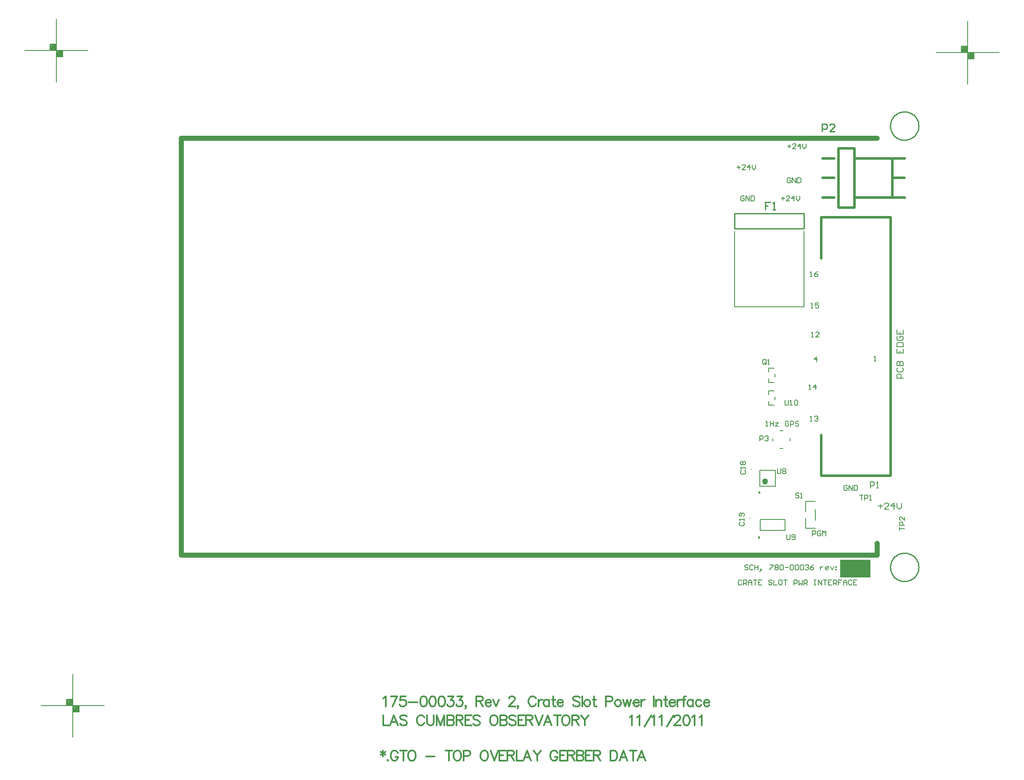
<source format=gto>
%FSLAX23Y23*%
%MOIN*%
G70*
G01*
G75*
G04 Layer_Color=65535*
%ADD10R,0.135X0.070*%
%ADD11O,0.024X0.079*%
%ADD12R,0.036X0.036*%
%ADD13O,0.014X0.067*%
%ADD14R,0.059X0.039*%
%ADD15R,0.050X0.050*%
%ADD16R,0.070X0.135*%
%ADD17C,0.020*%
%ADD18C,0.040*%
%ADD19C,0.010*%
%ADD20C,0.012*%
%ADD21C,0.008*%
%ADD22C,0.012*%
%ADD23C,0.012*%
%ADD24C,0.120*%
%ADD25C,0.060*%
%ADD26C,0.220*%
%ADD27C,0.050*%
%ADD28C,0.059*%
%ADD29C,0.080*%
%ADD30C,0.065*%
%ADD31C,0.079*%
%ADD32R,0.120X0.120*%
%ADD33C,0.055*%
%ADD34C,0.030*%
%ADD35C,0.024*%
%ADD36C,0.020*%
%ADD37C,0.005*%
%ADD38C,0.110*%
%ADD39C,0.076*%
%ADD40C,0.206*%
%ADD41C,0.150*%
%ADD42C,0.190*%
%ADD43C,0.092*%
%ADD44C,0.073*%
%ADD45C,0.055*%
%ADD46C,0.068*%
%ADD47C,0.087*%
%ADD48C,0.007*%
%ADD49C,0.010*%
%ADD50C,0.024*%
%ADD51C,0.010*%
%ADD52C,0.039*%
%ADD53C,0.008*%
%ADD54C,0.006*%
%ADD55C,0.007*%
%ADD56R,0.239X0.139*%
D17*
X25501Y16263D02*
Y16588D01*
Y17988D02*
Y18313D01*
Y16263D02*
X26051D01*
Y17288D01*
X25501Y18313D02*
X26051D01*
Y17288D02*
Y18313D01*
X25512Y18469D02*
X25604D01*
X25512Y18625D02*
X25604D01*
X25512Y18781D02*
X25604D01*
X25765Y18469D02*
X26165D01*
X26064Y18625D02*
X26163D01*
X25766Y18781D02*
X26166D01*
X25766D02*
X26063D01*
X26064Y18780D01*
Y18469D02*
Y18780D01*
X25639Y18859D02*
X25764D01*
X25639D02*
X25688D01*
X25765Y18469D02*
X26064D01*
X25639Y18391D02*
X25764D01*
Y18859D01*
X25639D02*
X25764D01*
X25639Y18391D02*
Y18859D01*
D19*
X26274Y19038D02*
X26273Y19048D01*
X26272Y19058D01*
X26270Y19068D01*
X26267Y19077D01*
X26263Y19086D01*
X26258Y19095D01*
X26253Y19103D01*
X26247Y19111D01*
X26240Y19119D01*
X26233Y19125D01*
X26225Y19131D01*
X26216Y19136D01*
X26207Y19141D01*
X26198Y19144D01*
X26189Y19147D01*
X26179Y19149D01*
X26169Y19150D01*
X26159Y19151D01*
X26149Y19150D01*
X26139Y19148D01*
X26129Y19146D01*
X26120Y19143D01*
X26111Y19139D01*
X26102Y19134D01*
X26094Y19128D01*
X26086Y19122D01*
X26079Y19115D01*
X26073Y19107D01*
X26067Y19099D01*
X26062Y19091D01*
X26058Y19082D01*
X26054Y19072D01*
X26052Y19063D01*
X26050Y19053D01*
X26049Y19043D01*
Y19033D01*
X26050Y19023D01*
X26052Y19013D01*
X26054Y19004D01*
X26058Y18994D01*
X26062Y18985D01*
X26067Y18977D01*
X26073Y18969D01*
X26079Y18961D01*
X26086Y18954D01*
X26094Y18948D01*
X26102Y18942D01*
X26111Y18938D01*
X26120Y18933D01*
X26129Y18930D01*
X26139Y18928D01*
X26149Y18926D01*
X26159Y18926D01*
X26169Y18926D01*
X26179Y18927D01*
X26189Y18929D01*
X26198Y18932D01*
X26207Y18935D01*
X26216Y18940D01*
X26225Y18945D01*
X26233Y18951D01*
X26240Y18958D01*
X26247Y18965D01*
X26253Y18973D01*
X26258Y18981D01*
X26263Y18990D01*
X26267Y18999D01*
X26270Y19009D01*
X26272Y19018D01*
X26273Y19028D01*
X26274Y19038D01*
Y15538D02*
X26273Y15548D01*
X26272Y15558D01*
X26270Y15568D01*
X26267Y15577D01*
X26263Y15586D01*
X26258Y15595D01*
X26253Y15603D01*
X26247Y15611D01*
X26240Y15619D01*
X26233Y15625D01*
X26225Y15631D01*
X26216Y15636D01*
X26207Y15641D01*
X26198Y15644D01*
X26189Y15647D01*
X26179Y15649D01*
X26169Y15650D01*
X26159Y15651D01*
X26149Y15650D01*
X26139Y15648D01*
X26129Y15646D01*
X26120Y15643D01*
X26111Y15639D01*
X26102Y15634D01*
X26094Y15628D01*
X26086Y15622D01*
X26079Y15615D01*
X26073Y15607D01*
X26067Y15599D01*
X26062Y15591D01*
X26058Y15582D01*
X26054Y15572D01*
X26052Y15563D01*
X26050Y15553D01*
X26049Y15543D01*
Y15533D01*
X26050Y15523D01*
X26052Y15513D01*
X26054Y15504D01*
X26058Y15494D01*
X26062Y15485D01*
X26067Y15477D01*
X26073Y15469D01*
X26079Y15461D01*
X26086Y15454D01*
X26094Y15448D01*
X26102Y15442D01*
X26111Y15438D01*
X26120Y15433D01*
X26129Y15430D01*
X26139Y15428D01*
X26149Y15426D01*
X26159Y15426D01*
X26169Y15426D01*
X26179Y15427D01*
X26189Y15429D01*
X26198Y15432D01*
X26207Y15435D01*
X26216Y15440D01*
X26225Y15445D01*
X26233Y15451D01*
X26240Y15458D01*
X26247Y15465D01*
X26253Y15473D01*
X26258Y15481D01*
X26263Y15490D01*
X26267Y15499D01*
X26270Y15509D01*
X26272Y15518D01*
X26273Y15528D01*
X26274Y15538D01*
X25091Y18224D02*
X25366D01*
Y18342D01*
X24815D02*
X25366D01*
X24815Y18224D02*
Y18342D01*
Y18224D02*
X25091D01*
X25098Y18433D02*
X25058D01*
Y18403D01*
X25078D01*
X25058D01*
Y18373D01*
X25118D02*
X25138D01*
X25128D01*
Y18433D01*
X25118Y18423D01*
X25508Y18992D02*
Y19052D01*
X25538D01*
X25548Y19042D01*
Y19022D01*
X25538Y19012D01*
X25508D01*
X25608Y18992D02*
X25568D01*
X25608Y19032D01*
Y19042D01*
X25598Y19052D01*
X25578D01*
X25568Y19042D01*
D20*
X22029Y14083D02*
Y14037D01*
X22010Y14072D02*
X22048Y14049D01*
Y14072D02*
X22010Y14049D01*
X22069Y14011D02*
X22065Y14007D01*
X22069Y14003D01*
X22072Y14007D01*
X22069Y14011D01*
X22147Y14064D02*
X22143Y14072D01*
X22136Y14079D01*
X22128Y14083D01*
X22113D01*
X22105Y14079D01*
X22098Y14072D01*
X22094Y14064D01*
X22090Y14053D01*
Y14034D01*
X22094Y14022D01*
X22098Y14015D01*
X22105Y14007D01*
X22113Y14003D01*
X22128D01*
X22136Y14007D01*
X22143Y14015D01*
X22147Y14022D01*
Y14034D01*
X22128D02*
X22147D01*
X22192Y14083D02*
Y14003D01*
X22165Y14083D02*
X22219D01*
X22251D02*
X22243Y14079D01*
X22236Y14072D01*
X22232Y14064D01*
X22228Y14053D01*
Y14034D01*
X22232Y14022D01*
X22236Y14015D01*
X22243Y14007D01*
X22251Y14003D01*
X22266D01*
X22274Y14007D01*
X22281Y14015D01*
X22285Y14022D01*
X22289Y14034D01*
Y14053D01*
X22285Y14064D01*
X22281Y14072D01*
X22274Y14079D01*
X22266Y14083D01*
X22251D01*
X22371Y14037D02*
X22439D01*
X22552Y14083D02*
Y14003D01*
X22526Y14083D02*
X22579D01*
X22611D02*
X22604Y14079D01*
X22596Y14072D01*
X22592Y14064D01*
X22588Y14053D01*
Y14034D01*
X22592Y14022D01*
X22596Y14015D01*
X22604Y14007D01*
X22611Y14003D01*
X22627D01*
X22634Y14007D01*
X22642Y14015D01*
X22646Y14022D01*
X22649Y14034D01*
Y14053D01*
X22646Y14064D01*
X22642Y14072D01*
X22634Y14079D01*
X22627Y14083D01*
X22611D01*
X22668Y14041D02*
X22702D01*
X22714Y14045D01*
X22718Y14049D01*
X22721Y14056D01*
Y14068D01*
X22718Y14075D01*
X22714Y14079D01*
X22702Y14083D01*
X22668D01*
Y14003D01*
X22825Y14083D02*
X22817Y14079D01*
X22810Y14072D01*
X22806Y14064D01*
X22802Y14053D01*
Y14034D01*
X22806Y14022D01*
X22810Y14015D01*
X22817Y14007D01*
X22825Y14003D01*
X22840D01*
X22848Y14007D01*
X22855Y14015D01*
X22859Y14022D01*
X22863Y14034D01*
Y14053D01*
X22859Y14064D01*
X22855Y14072D01*
X22848Y14079D01*
X22840Y14083D01*
X22825D01*
X22882D02*
X22912Y14003D01*
X22943Y14083D02*
X22912Y14003D01*
X23002Y14083D02*
X22953D01*
Y14003D01*
X23002D01*
X22953Y14045D02*
X22983D01*
X23016Y14083D02*
Y14003D01*
Y14083D02*
X23050D01*
X23062Y14079D01*
X23065Y14075D01*
X23069Y14068D01*
Y14060D01*
X23065Y14053D01*
X23062Y14049D01*
X23050Y14045D01*
X23016D01*
X23042D02*
X23069Y14003D01*
X23087Y14083D02*
Y14003D01*
X23133D01*
X23202D02*
X23172Y14083D01*
X23142Y14003D01*
X23153Y14030D02*
X23191D01*
X23221Y14083D02*
X23252Y14045D01*
Y14003D01*
X23282Y14083D02*
X23252Y14045D01*
X23412Y14064D02*
X23408Y14072D01*
X23401Y14079D01*
X23393Y14083D01*
X23378D01*
X23370Y14079D01*
X23363Y14072D01*
X23359Y14064D01*
X23355Y14053D01*
Y14034D01*
X23359Y14022D01*
X23363Y14015D01*
X23370Y14007D01*
X23378Y14003D01*
X23393D01*
X23401Y14007D01*
X23408Y14015D01*
X23412Y14022D01*
Y14034D01*
X23393D02*
X23412D01*
X23480Y14083D02*
X23431D01*
Y14003D01*
X23480D01*
X23431Y14045D02*
X23461D01*
X23493Y14083D02*
Y14003D01*
Y14083D02*
X23528D01*
X23539Y14079D01*
X23543Y14075D01*
X23547Y14068D01*
Y14060D01*
X23543Y14053D01*
X23539Y14049D01*
X23528Y14045D01*
X23493D01*
X23520D02*
X23547Y14003D01*
X23565Y14083D02*
Y14003D01*
Y14083D02*
X23599D01*
X23610Y14079D01*
X23614Y14075D01*
X23618Y14068D01*
Y14060D01*
X23614Y14053D01*
X23610Y14049D01*
X23599Y14045D01*
X23565D02*
X23599D01*
X23610Y14041D01*
X23614Y14037D01*
X23618Y14030D01*
Y14018D01*
X23614Y14011D01*
X23610Y14007D01*
X23599Y14003D01*
X23565D01*
X23685Y14083D02*
X23636D01*
Y14003D01*
X23685D01*
X23636Y14045D02*
X23666D01*
X23699Y14083D02*
Y14003D01*
Y14083D02*
X23733D01*
X23744Y14079D01*
X23748Y14075D01*
X23752Y14068D01*
Y14060D01*
X23748Y14053D01*
X23744Y14049D01*
X23733Y14045D01*
X23699D01*
X23725D02*
X23752Y14003D01*
X23833Y14083D02*
Y14003D01*
Y14083D02*
X23859D01*
X23871Y14079D01*
X23878Y14072D01*
X23882Y14064D01*
X23886Y14053D01*
Y14034D01*
X23882Y14022D01*
X23878Y14015D01*
X23871Y14007D01*
X23859Y14003D01*
X23833D01*
X23965D02*
X23934Y14083D01*
X23904Y14003D01*
X23915Y14030D02*
X23954D01*
X24010Y14083D02*
Y14003D01*
X23984Y14083D02*
X24037D01*
X24107Y14003D02*
X24077Y14083D01*
X24046Y14003D01*
X24058Y14030D02*
X24096D01*
D21*
X25890Y16166D02*
Y16216D01*
X25915D01*
X25923Y16207D01*
Y16191D01*
X25915Y16182D01*
X25890D01*
X25940Y16166D02*
X25956D01*
X25948D01*
Y16216D01*
X25940Y16207D01*
X26151Y17038D02*
X26101D01*
Y17063D01*
X26109Y17071D01*
X26126D01*
X26134Y17063D01*
Y17038D01*
X26109Y17121D02*
X26101Y17113D01*
Y17096D01*
X26109Y17088D01*
X26143D01*
X26151Y17096D01*
Y17113D01*
X26143Y17121D01*
X26101Y17138D02*
X26151D01*
Y17163D01*
X26143Y17171D01*
X26134D01*
X26126Y17163D01*
Y17138D01*
Y17163D01*
X26118Y17171D01*
X26109D01*
X26101Y17163D01*
Y17138D01*
Y17271D02*
Y17238D01*
X26151D01*
Y17271D01*
X26126Y17238D02*
Y17254D01*
X26101Y17288D02*
X26151D01*
Y17313D01*
X26143Y17321D01*
X26109D01*
X26101Y17313D01*
Y17288D01*
X26109Y17371D02*
X26101Y17363D01*
Y17346D01*
X26109Y17338D01*
X26143D01*
X26151Y17346D01*
Y17363D01*
X26143Y17371D01*
X26126D01*
Y17354D01*
X26101Y17421D02*
Y17388D01*
X26151D01*
Y17421D01*
X26126Y17388D02*
Y17404D01*
X25953Y16022D02*
X25987D01*
X25970Y16038D02*
Y16005D01*
X26037Y15997D02*
X26003D01*
X26037Y16030D01*
Y16038D01*
X26028Y16047D01*
X26012D01*
X26003Y16038D01*
X26078Y15997D02*
Y16047D01*
X26053Y16022D01*
X26087D01*
X26103Y16047D02*
Y16013D01*
X26120Y15997D01*
X26137Y16013D01*
Y16047D01*
X19321Y14441D02*
X19821D01*
X19571Y14191D02*
Y14691D01*
X19521Y14441D02*
Y14491D01*
X19571D01*
X19621Y14391D02*
Y14441D01*
X19571Y14391D02*
X19621D01*
X19576Y14436D02*
X19616D01*
Y14396D02*
Y14436D01*
X19576Y14396D02*
X19616D01*
X19576D02*
Y14436D01*
X19581Y14431D02*
X19611D01*
Y14401D02*
Y14431D01*
X19581Y14401D02*
X19611D01*
X19581D02*
Y14426D01*
X19586D02*
X19606D01*
Y14406D02*
Y14426D01*
X19586Y14406D02*
X19606D01*
X19586D02*
Y14421D01*
X19591D02*
X19601D01*
Y14411D02*
Y14421D01*
X19591Y14411D02*
X19601D01*
X19591D02*
Y14421D01*
Y14416D02*
X19601D01*
X19526Y14486D02*
X19566D01*
Y14446D02*
Y14486D01*
X19526Y14446D02*
X19566D01*
X19526D02*
Y14486D01*
X19531Y14481D02*
X19561D01*
Y14451D02*
Y14481D01*
X19531Y14451D02*
X19561D01*
X19531D02*
Y14476D01*
X19536D02*
X19556D01*
Y14456D02*
Y14476D01*
X19536Y14456D02*
X19556D01*
X19536D02*
Y14471D01*
X19541D02*
X19551D01*
Y14461D02*
Y14471D01*
X19541Y14461D02*
X19551D01*
X19541D02*
Y14471D01*
Y14466D02*
X19551D01*
X19192Y19635D02*
X19692D01*
X19442Y19385D02*
Y19885D01*
X19392Y19635D02*
Y19685D01*
X19442D01*
X19492Y19585D02*
Y19635D01*
X19442Y19585D02*
X19492D01*
X19447Y19630D02*
X19487D01*
Y19590D02*
Y19630D01*
X19447Y19590D02*
X19487D01*
X19447D02*
Y19630D01*
X19452Y19625D02*
X19482D01*
Y19595D02*
Y19625D01*
X19452Y19595D02*
X19482D01*
X19452D02*
Y19620D01*
X19457D02*
X19477D01*
Y19600D02*
Y19620D01*
X19457Y19600D02*
X19477D01*
X19457D02*
Y19615D01*
X19462D02*
X19472D01*
Y19605D02*
Y19615D01*
X19462Y19605D02*
X19472D01*
X19462D02*
Y19615D01*
Y19610D02*
X19472D01*
X19397Y19680D02*
X19437D01*
Y19640D02*
Y19680D01*
X19397Y19640D02*
X19437D01*
X19397D02*
Y19680D01*
X19402Y19675D02*
X19432D01*
Y19645D02*
Y19675D01*
X19402Y19645D02*
X19432D01*
X19402D02*
Y19670D01*
X19407D02*
X19427D01*
Y19650D02*
Y19670D01*
X19407Y19650D02*
X19427D01*
X19407D02*
Y19665D01*
X19412D02*
X19422D01*
Y19655D02*
Y19665D01*
X19412Y19655D02*
X19422D01*
X19412D02*
Y19665D01*
Y19660D02*
X19422D01*
X26412Y19619D02*
X26912D01*
X26662Y19369D02*
Y19869D01*
X26612Y19619D02*
Y19669D01*
X26662D01*
X26712Y19569D02*
Y19619D01*
X26662Y19569D02*
X26712D01*
X26667Y19614D02*
X26707D01*
Y19574D02*
Y19614D01*
X26667Y19574D02*
X26707D01*
X26667D02*
Y19614D01*
X26672Y19609D02*
X26702D01*
Y19579D02*
Y19609D01*
X26672Y19579D02*
X26702D01*
X26672D02*
Y19604D01*
X26677D02*
X26697D01*
Y19584D02*
Y19604D01*
X26677Y19584D02*
X26697D01*
X26677D02*
Y19599D01*
X26682D02*
X26692D01*
Y19589D02*
Y19599D01*
X26682Y19589D02*
X26692D01*
X26682D02*
Y19599D01*
Y19594D02*
X26692D01*
X26617Y19664D02*
X26657D01*
Y19624D02*
Y19664D01*
X26617Y19624D02*
X26657D01*
X26617D02*
Y19664D01*
X26622Y19659D02*
X26652D01*
Y19629D02*
Y19659D01*
X26622Y19629D02*
X26652D01*
X26622D02*
Y19654D01*
X26627D02*
X26647D01*
Y19634D02*
Y19654D01*
X26627Y19634D02*
X26647D01*
X26627D02*
Y19649D01*
X26632D02*
X26642D01*
Y19639D02*
Y19649D01*
X26632Y19639D02*
X26642D01*
X26632D02*
Y19649D01*
Y19644D02*
X26642D01*
D22*
X22031Y14498D02*
X22039Y14502D01*
X22050Y14514D01*
Y14434D01*
X22143Y14514D02*
X22105Y14434D01*
X22090Y14514D02*
X22143D01*
X22207D02*
X22169D01*
X22165Y14479D01*
X22169Y14483D01*
X22180Y14487D01*
X22192D01*
X22203Y14483D01*
X22211Y14476D01*
X22215Y14464D01*
Y14457D01*
X22211Y14445D01*
X22203Y14438D01*
X22192Y14434D01*
X22180D01*
X22169Y14438D01*
X22165Y14441D01*
X22161Y14449D01*
X22232Y14468D02*
X22301D01*
X22347Y14514D02*
X22336Y14510D01*
X22328Y14498D01*
X22325Y14479D01*
Y14468D01*
X22328Y14449D01*
X22336Y14438D01*
X22347Y14434D01*
X22355D01*
X22367Y14438D01*
X22374Y14449D01*
X22378Y14468D01*
Y14479D01*
X22374Y14498D01*
X22367Y14510D01*
X22355Y14514D01*
X22347D01*
X22419D02*
X22407Y14510D01*
X22400Y14498D01*
X22396Y14479D01*
Y14468D01*
X22400Y14449D01*
X22407Y14438D01*
X22419Y14434D01*
X22426D01*
X22438Y14438D01*
X22445Y14449D01*
X22449Y14468D01*
Y14479D01*
X22445Y14498D01*
X22438Y14510D01*
X22426Y14514D01*
X22419D01*
X22490D02*
X22478Y14510D01*
X22471Y14498D01*
X22467Y14479D01*
Y14468D01*
X22471Y14449D01*
X22478Y14438D01*
X22490Y14434D01*
X22498D01*
X22509Y14438D01*
X22517Y14449D01*
X22520Y14468D01*
Y14479D01*
X22517Y14498D01*
X22509Y14510D01*
X22498Y14514D01*
X22490D01*
X22546D02*
X22588D01*
X22565Y14483D01*
X22576D01*
X22584Y14479D01*
X22588Y14476D01*
X22592Y14464D01*
Y14457D01*
X22588Y14445D01*
X22580Y14438D01*
X22569Y14434D01*
X22557D01*
X22546Y14438D01*
X22542Y14441D01*
X22538Y14449D01*
X22617Y14514D02*
X22659D01*
X22636Y14483D01*
X22648D01*
X22655Y14479D01*
X22659Y14476D01*
X22663Y14464D01*
Y14457D01*
X22659Y14445D01*
X22651Y14438D01*
X22640Y14434D01*
X22629D01*
X22617Y14438D01*
X22613Y14441D01*
X22610Y14449D01*
X22688Y14438D02*
X22685Y14434D01*
X22681Y14438D01*
X22685Y14441D01*
X22688Y14438D01*
Y14430D01*
X22685Y14422D01*
X22681Y14418D01*
X22769Y14514D02*
Y14434D01*
Y14514D02*
X22803D01*
X22814Y14510D01*
X22818Y14506D01*
X22822Y14498D01*
Y14491D01*
X22818Y14483D01*
X22814Y14479D01*
X22803Y14476D01*
X22769D01*
X22795D02*
X22822Y14434D01*
X22840Y14464D02*
X22886D01*
Y14472D01*
X22882Y14479D01*
X22878Y14483D01*
X22870Y14487D01*
X22859D01*
X22851Y14483D01*
X22844Y14476D01*
X22840Y14464D01*
Y14457D01*
X22844Y14445D01*
X22851Y14438D01*
X22859Y14434D01*
X22870D01*
X22878Y14438D01*
X22886Y14445D01*
X22903Y14487D02*
X22926Y14434D01*
X22948Y14487D02*
X22926Y14434D01*
X23028Y14495D02*
Y14498D01*
X23032Y14506D01*
X23036Y14510D01*
X23043Y14514D01*
X23059D01*
X23066Y14510D01*
X23070Y14506D01*
X23074Y14498D01*
Y14491D01*
X23070Y14483D01*
X23062Y14472D01*
X23024Y14434D01*
X23078D01*
X23103Y14438D02*
X23099Y14434D01*
X23095Y14438D01*
X23099Y14441D01*
X23103Y14438D01*
Y14430D01*
X23099Y14422D01*
X23095Y14418D01*
X23241Y14495D02*
X23237Y14502D01*
X23229Y14510D01*
X23222Y14514D01*
X23206D01*
X23199Y14510D01*
X23191Y14502D01*
X23187Y14495D01*
X23183Y14483D01*
Y14464D01*
X23187Y14453D01*
X23191Y14445D01*
X23199Y14438D01*
X23206Y14434D01*
X23222D01*
X23229Y14438D01*
X23237Y14445D01*
X23241Y14453D01*
X23263Y14487D02*
Y14434D01*
Y14464D02*
X23267Y14476D01*
X23275Y14483D01*
X23282Y14487D01*
X23294D01*
X23346D02*
Y14434D01*
Y14476D02*
X23339Y14483D01*
X23331Y14487D01*
X23320D01*
X23312Y14483D01*
X23305Y14476D01*
X23301Y14464D01*
Y14457D01*
X23305Y14445D01*
X23312Y14438D01*
X23320Y14434D01*
X23331D01*
X23339Y14438D01*
X23346Y14445D01*
X23379Y14514D02*
Y14449D01*
X23383Y14438D01*
X23391Y14434D01*
X23398D01*
X23368Y14487D02*
X23394D01*
X23410Y14464D02*
X23455D01*
Y14472D01*
X23452Y14479D01*
X23448Y14483D01*
X23440Y14487D01*
X23429D01*
X23421Y14483D01*
X23414Y14476D01*
X23410Y14464D01*
Y14457D01*
X23414Y14445D01*
X23421Y14438D01*
X23429Y14434D01*
X23440D01*
X23448Y14438D01*
X23455Y14445D01*
X23589Y14502D02*
X23581Y14510D01*
X23570Y14514D01*
X23554D01*
X23543Y14510D01*
X23535Y14502D01*
Y14495D01*
X23539Y14487D01*
X23543Y14483D01*
X23551Y14479D01*
X23573Y14472D01*
X23581Y14468D01*
X23585Y14464D01*
X23589Y14457D01*
Y14445D01*
X23581Y14438D01*
X23570Y14434D01*
X23554D01*
X23543Y14438D01*
X23535Y14445D01*
X23607Y14514D02*
Y14434D01*
X23642Y14487D02*
X23635Y14483D01*
X23627Y14476D01*
X23623Y14464D01*
Y14457D01*
X23627Y14445D01*
X23635Y14438D01*
X23642Y14434D01*
X23654D01*
X23661Y14438D01*
X23669Y14445D01*
X23673Y14457D01*
Y14464D01*
X23669Y14476D01*
X23661Y14483D01*
X23654Y14487D01*
X23642D01*
X23702Y14514D02*
Y14449D01*
X23706Y14438D01*
X23713Y14434D01*
X23721D01*
X23690Y14487D02*
X23717D01*
X23795Y14472D02*
X23829D01*
X23841Y14476D01*
X23845Y14479D01*
X23848Y14487D01*
Y14498D01*
X23845Y14506D01*
X23841Y14510D01*
X23829Y14514D01*
X23795D01*
Y14434D01*
X23885Y14487D02*
X23878Y14483D01*
X23870Y14476D01*
X23866Y14464D01*
Y14457D01*
X23870Y14445D01*
X23878Y14438D01*
X23885Y14434D01*
X23897D01*
X23904Y14438D01*
X23912Y14445D01*
X23916Y14457D01*
Y14464D01*
X23912Y14476D01*
X23904Y14483D01*
X23897Y14487D01*
X23885D01*
X23933D02*
X23949Y14434D01*
X23964Y14487D02*
X23949Y14434D01*
X23964Y14487D02*
X23979Y14434D01*
X23994Y14487D02*
X23979Y14434D01*
X24013Y14464D02*
X24059D01*
Y14472D01*
X24055Y14479D01*
X24051Y14483D01*
X24043Y14487D01*
X24032D01*
X24024Y14483D01*
X24017Y14476D01*
X24013Y14464D01*
Y14457D01*
X24017Y14445D01*
X24024Y14438D01*
X24032Y14434D01*
X24043D01*
X24051Y14438D01*
X24059Y14445D01*
X24076Y14487D02*
Y14434D01*
Y14464D02*
X24080Y14476D01*
X24087Y14483D01*
X24095Y14487D01*
X24106D01*
X24176Y14514D02*
Y14434D01*
X24193Y14487D02*
Y14434D01*
Y14472D02*
X24205Y14483D01*
X24212Y14487D01*
X24224D01*
X24231Y14483D01*
X24235Y14472D01*
Y14434D01*
X24267Y14514D02*
Y14449D01*
X24271Y14438D01*
X24279Y14434D01*
X24286D01*
X24256Y14487D02*
X24283D01*
X24298Y14464D02*
X24344D01*
Y14472D01*
X24340Y14479D01*
X24336Y14483D01*
X24328Y14487D01*
X24317D01*
X24309Y14483D01*
X24302Y14476D01*
X24298Y14464D01*
Y14457D01*
X24302Y14445D01*
X24309Y14438D01*
X24317Y14434D01*
X24328D01*
X24336Y14438D01*
X24344Y14445D01*
X24361Y14487D02*
Y14434D01*
Y14464D02*
X24365Y14476D01*
X24372Y14483D01*
X24380Y14487D01*
X24391D01*
X24429Y14514D02*
X24421D01*
X24414Y14510D01*
X24410Y14498D01*
Y14434D01*
X24398Y14487D02*
X24425D01*
X24486D02*
Y14434D01*
Y14476D02*
X24478Y14483D01*
X24471Y14487D01*
X24459D01*
X24452Y14483D01*
X24444Y14476D01*
X24440Y14464D01*
Y14457D01*
X24444Y14445D01*
X24452Y14438D01*
X24459Y14434D01*
X24471D01*
X24478Y14438D01*
X24486Y14445D01*
X24553Y14476D02*
X24545Y14483D01*
X24538Y14487D01*
X24526D01*
X24519Y14483D01*
X24511Y14476D01*
X24507Y14464D01*
Y14457D01*
X24511Y14445D01*
X24519Y14438D01*
X24526Y14434D01*
X24538D01*
X24545Y14438D01*
X24553Y14445D01*
X24570Y14464D02*
X24616D01*
Y14472D01*
X24612Y14479D01*
X24608Y14483D01*
X24601Y14487D01*
X24589D01*
X24582Y14483D01*
X24574Y14476D01*
X24570Y14464D01*
Y14457D01*
X24574Y14445D01*
X24582Y14438D01*
X24589Y14434D01*
X24601D01*
X24608Y14438D01*
X24616Y14445D01*
D23*
X22031Y14364D02*
Y14284D01*
X22077D01*
X22147D02*
X22116Y14364D01*
X22086Y14284D01*
X22097Y14310D02*
X22135D01*
X22219Y14352D02*
X22211Y14360D01*
X22200Y14364D01*
X22184D01*
X22173Y14360D01*
X22165Y14352D01*
Y14345D01*
X22169Y14337D01*
X22173Y14333D01*
X22181Y14329D01*
X22204Y14322D01*
X22211Y14318D01*
X22215Y14314D01*
X22219Y14307D01*
Y14295D01*
X22211Y14287D01*
X22200Y14284D01*
X22184D01*
X22173Y14287D01*
X22165Y14295D01*
X22357Y14345D02*
X22353Y14352D01*
X22345Y14360D01*
X22338Y14364D01*
X22322D01*
X22315Y14360D01*
X22307Y14352D01*
X22303Y14345D01*
X22299Y14333D01*
Y14314D01*
X22303Y14303D01*
X22307Y14295D01*
X22315Y14287D01*
X22322Y14284D01*
X22338D01*
X22345Y14287D01*
X22353Y14295D01*
X22357Y14303D01*
X22379Y14364D02*
Y14307D01*
X22383Y14295D01*
X22391Y14287D01*
X22402Y14284D01*
X22410D01*
X22421Y14287D01*
X22429Y14295D01*
X22432Y14307D01*
Y14364D01*
X22454D02*
Y14284D01*
Y14364D02*
X22485Y14284D01*
X22515Y14364D02*
X22485Y14284D01*
X22515Y14364D02*
Y14284D01*
X22538Y14364D02*
Y14284D01*
Y14364D02*
X22573D01*
X22584Y14360D01*
X22588Y14356D01*
X22592Y14348D01*
Y14341D01*
X22588Y14333D01*
X22584Y14329D01*
X22573Y14326D01*
X22538D02*
X22573D01*
X22584Y14322D01*
X22588Y14318D01*
X22592Y14310D01*
Y14299D01*
X22588Y14291D01*
X22584Y14287D01*
X22573Y14284D01*
X22538D01*
X22610Y14364D02*
Y14284D01*
Y14364D02*
X22644D01*
X22655Y14360D01*
X22659Y14356D01*
X22663Y14348D01*
Y14341D01*
X22659Y14333D01*
X22655Y14329D01*
X22644Y14326D01*
X22610D01*
X22636D02*
X22663Y14284D01*
X22730Y14364D02*
X22681D01*
Y14284D01*
X22730D01*
X22681Y14326D02*
X22711D01*
X22797Y14352D02*
X22789Y14360D01*
X22778Y14364D01*
X22763D01*
X22751Y14360D01*
X22744Y14352D01*
Y14345D01*
X22747Y14337D01*
X22751Y14333D01*
X22759Y14329D01*
X22782Y14322D01*
X22789Y14318D01*
X22793Y14314D01*
X22797Y14307D01*
Y14295D01*
X22789Y14287D01*
X22778Y14284D01*
X22763D01*
X22751Y14287D01*
X22744Y14295D01*
X22900Y14364D02*
X22893Y14360D01*
X22885Y14352D01*
X22881Y14345D01*
X22878Y14333D01*
Y14314D01*
X22881Y14303D01*
X22885Y14295D01*
X22893Y14287D01*
X22900Y14284D01*
X22916D01*
X22923Y14287D01*
X22931Y14295D01*
X22935Y14303D01*
X22939Y14314D01*
Y14333D01*
X22935Y14345D01*
X22931Y14352D01*
X22923Y14360D01*
X22916Y14364D01*
X22900D01*
X22957D02*
Y14284D01*
Y14364D02*
X22992D01*
X23003Y14360D01*
X23007Y14356D01*
X23011Y14348D01*
Y14341D01*
X23007Y14333D01*
X23003Y14329D01*
X22992Y14326D01*
X22957D02*
X22992D01*
X23003Y14322D01*
X23007Y14318D01*
X23011Y14310D01*
Y14299D01*
X23007Y14291D01*
X23003Y14287D01*
X22992Y14284D01*
X22957D01*
X23082Y14352D02*
X23074Y14360D01*
X23063Y14364D01*
X23048D01*
X23036Y14360D01*
X23028Y14352D01*
Y14345D01*
X23032Y14337D01*
X23036Y14333D01*
X23044Y14329D01*
X23067Y14322D01*
X23074Y14318D01*
X23078Y14314D01*
X23082Y14307D01*
Y14295D01*
X23074Y14287D01*
X23063Y14284D01*
X23048D01*
X23036Y14287D01*
X23028Y14295D01*
X23149Y14364D02*
X23100D01*
Y14284D01*
X23149D01*
X23100Y14326D02*
X23130D01*
X23163Y14364D02*
Y14284D01*
Y14364D02*
X23197D01*
X23208Y14360D01*
X23212Y14356D01*
X23216Y14348D01*
Y14341D01*
X23212Y14333D01*
X23208Y14329D01*
X23197Y14326D01*
X23163D01*
X23189D02*
X23216Y14284D01*
X23234Y14364D02*
X23264Y14284D01*
X23295Y14364D02*
X23264Y14284D01*
X23366D02*
X23335Y14364D01*
X23305Y14284D01*
X23316Y14310D02*
X23354D01*
X23411Y14364D02*
Y14284D01*
X23385Y14364D02*
X23438D01*
X23470D02*
X23463Y14360D01*
X23455Y14352D01*
X23451Y14345D01*
X23447Y14333D01*
Y14314D01*
X23451Y14303D01*
X23455Y14295D01*
X23463Y14287D01*
X23470Y14284D01*
X23486D01*
X23493Y14287D01*
X23501Y14295D01*
X23505Y14303D01*
X23508Y14314D01*
Y14333D01*
X23505Y14345D01*
X23501Y14352D01*
X23493Y14360D01*
X23486Y14364D01*
X23470D01*
X23527D02*
Y14284D01*
Y14364D02*
X23561D01*
X23573Y14360D01*
X23577Y14356D01*
X23580Y14348D01*
Y14341D01*
X23577Y14333D01*
X23573Y14329D01*
X23561Y14326D01*
X23527D01*
X23554D02*
X23580Y14284D01*
X23598Y14364D02*
X23629Y14326D01*
Y14284D01*
X23659Y14364D02*
X23629Y14326D01*
X23984Y14348D02*
X23991Y14352D01*
X24003Y14364D01*
Y14284D01*
X24042Y14348D02*
X24050Y14352D01*
X24061Y14364D01*
Y14284D01*
X24101Y14272D02*
X24154Y14364D01*
X24160Y14348D02*
X24167Y14352D01*
X24179Y14364D01*
Y14284D01*
X24218Y14348D02*
X24226Y14352D01*
X24237Y14364D01*
Y14284D01*
X24277Y14272D02*
X24330Y14364D01*
X24339Y14345D02*
Y14348D01*
X24343Y14356D01*
X24347Y14360D01*
X24355Y14364D01*
X24370D01*
X24378Y14360D01*
X24381Y14356D01*
X24385Y14348D01*
Y14341D01*
X24381Y14333D01*
X24374Y14322D01*
X24336Y14284D01*
X24389D01*
X24430Y14364D02*
X24418Y14360D01*
X24411Y14348D01*
X24407Y14329D01*
Y14318D01*
X24411Y14299D01*
X24418Y14287D01*
X24430Y14284D01*
X24437D01*
X24449Y14287D01*
X24456Y14299D01*
X24460Y14318D01*
Y14329D01*
X24456Y14348D01*
X24449Y14360D01*
X24437Y14364D01*
X24430D01*
X24478Y14348D02*
X24486Y14352D01*
X24497Y14364D01*
Y14284D01*
X24537Y14348D02*
X24544Y14352D01*
X24556Y14364D01*
Y14284D01*
D37*
X25366Y17603D02*
Y18203D01*
X24815Y17603D02*
X25366D01*
X24815D02*
Y18203D01*
D48*
X24836Y18710D02*
X24863D01*
X24849Y18724D02*
Y18697D01*
X24903Y18690D02*
X24876D01*
X24903Y18717D01*
Y18724D01*
X24896Y18730D01*
X24883D01*
X24876Y18724D01*
X24936Y18690D02*
Y18730D01*
X24916Y18710D01*
X24943D01*
X24956Y18730D02*
Y18704D01*
X24969Y18690D01*
X24983Y18704D01*
Y18730D01*
X24892Y18476D02*
X24885Y18483D01*
X24872D01*
X24865Y18476D01*
Y18450D01*
X24872Y18443D01*
X24885D01*
X24892Y18450D01*
Y18463D01*
X24879D01*
X24905Y18443D02*
Y18483D01*
X24932Y18443D01*
Y18483D01*
X24945D02*
Y18443D01*
X24965D01*
X24972Y18450D01*
Y18476D01*
X24965Y18483D01*
X24945D01*
X25806Y16110D02*
X25833D01*
X25820D01*
Y16070D01*
X25846D02*
Y16110D01*
X25866D01*
X25873Y16103D01*
Y16090D01*
X25866Y16083D01*
X25846D01*
X25886Y16070D02*
X25900D01*
X25893D01*
Y16110D01*
X25886Y16103D01*
X25229Y15796D02*
Y15763D01*
X25236Y15756D01*
X25249D01*
X25256Y15763D01*
Y15796D01*
X25269Y15763D02*
X25276Y15756D01*
X25289D01*
X25296Y15763D01*
Y15790D01*
X25289Y15796D01*
X25276D01*
X25269Y15790D01*
Y15783D01*
X25276Y15776D01*
X25296D01*
X25216Y16862D02*
Y16828D01*
X25223Y16822D01*
X25236D01*
X25243Y16828D01*
Y16862D01*
X25256Y16822D02*
X25270D01*
X25263D01*
Y16862D01*
X25256Y16855D01*
X25290D02*
X25296Y16862D01*
X25310D01*
X25316Y16855D01*
Y16828D01*
X25310Y16822D01*
X25296D01*
X25290Y16828D01*
Y16855D01*
X25154Y16321D02*
Y16288D01*
X25161Y16281D01*
X25174D01*
X25181Y16288D01*
Y16321D01*
X25194Y16315D02*
X25201Y16321D01*
X25214D01*
X25221Y16315D01*
Y16308D01*
X25214Y16301D01*
X25221Y16295D01*
Y16288D01*
X25214Y16281D01*
X25201D01*
X25194Y16288D01*
Y16295D01*
X25201Y16301D01*
X25194Y16308D01*
Y16315D01*
X25201Y16301D02*
X25214D01*
X25324Y16121D02*
X25317Y16127D01*
X25304D01*
X25297Y16121D01*
Y16114D01*
X25304Y16107D01*
X25317D01*
X25324Y16101D01*
Y16094D01*
X25317Y16087D01*
X25304D01*
X25297Y16094D01*
X25337Y16087D02*
X25350D01*
X25344D01*
Y16127D01*
X25337Y16121D01*
X25066Y17154D02*
Y17180D01*
X25059Y17187D01*
X25046D01*
X25039Y17180D01*
Y17154D01*
X25046Y17147D01*
X25059D01*
X25052Y17160D02*
X25066Y17147D01*
X25059D02*
X25066Y17154D01*
X25079Y17147D02*
X25092D01*
X25086D01*
Y17187D01*
X25079Y17180D01*
X24860Y15895D02*
X24853Y15888D01*
Y15875D01*
X24860Y15868D01*
X24886D01*
X24893Y15875D01*
Y15888D01*
X24886Y15895D01*
X24893Y15908D02*
Y15922D01*
Y15915D01*
X24853D01*
X24860Y15908D01*
X24886Y15942D02*
X24893Y15948D01*
Y15962D01*
X24886Y15968D01*
X24860D01*
X24853Y15962D01*
Y15948D01*
X24860Y15942D01*
X24866D01*
X24873Y15948D01*
Y15968D01*
X24868Y16305D02*
X24861Y16298D01*
Y16285D01*
X24868Y16278D01*
X24895D01*
X24901Y16285D01*
Y16298D01*
X24895Y16305D01*
X24901Y16318D02*
Y16331D01*
Y16325D01*
X24861D01*
X24868Y16318D01*
Y16351D02*
X24861Y16358D01*
Y16371D01*
X24868Y16378D01*
X24875D01*
X24881Y16371D01*
X24888Y16378D01*
X24895D01*
X24901Y16371D01*
Y16358D01*
X24895Y16351D01*
X24888D01*
X24881Y16358D01*
X24875Y16351D01*
X24868D01*
X24881Y16358D02*
Y16371D01*
X26121Y15830D02*
Y15857D01*
Y15843D01*
X26161D01*
Y15870D02*
X26121D01*
Y15890D01*
X26128Y15897D01*
X26141D01*
X26148Y15890D01*
Y15870D01*
X26161Y15937D02*
Y15910D01*
X26135Y15937D01*
X26128D01*
X26121Y15930D01*
Y15917D01*
X26128Y15910D01*
X25016Y16540D02*
Y16580D01*
X25036D01*
X25043Y16573D01*
Y16560D01*
X25036Y16553D01*
X25016D01*
X25056Y16573D02*
X25063Y16580D01*
X25076D01*
X25083Y16573D01*
Y16566D01*
X25076Y16560D01*
X25070D01*
X25076D01*
X25083Y16553D01*
Y16546D01*
X25076Y16540D01*
X25063D01*
X25056Y16546D01*
X25236Y18875D02*
X25263D01*
X25249Y18889D02*
Y18862D01*
X25303Y18855D02*
X25276D01*
X25303Y18882D01*
Y18889D01*
X25296Y18895D01*
X25283D01*
X25276Y18889D01*
X25336Y18855D02*
Y18895D01*
X25316Y18875D01*
X25343D01*
X25356Y18895D02*
Y18869D01*
X25369Y18855D01*
X25383Y18869D01*
Y18895D01*
X25185Y18463D02*
X25212D01*
X25199Y18476D02*
Y18450D01*
X25252Y18443D02*
X25225D01*
X25252Y18470D01*
Y18476D01*
X25245Y18483D01*
X25232D01*
X25225Y18476D01*
X25285Y18443D02*
Y18483D01*
X25265Y18463D01*
X25292D01*
X25305Y18483D02*
Y18456D01*
X25319Y18443D01*
X25332Y18456D01*
Y18483D01*
X25260Y18620D02*
X25253Y18627D01*
X25240D01*
X25233Y18620D01*
Y18594D01*
X25240Y18587D01*
X25253D01*
X25260Y18594D01*
Y18607D01*
X25247D01*
X25273Y18587D02*
Y18627D01*
X25300Y18587D01*
Y18627D01*
X25313D02*
Y18587D01*
X25333D01*
X25340Y18594D01*
Y18620D01*
X25333Y18627D01*
X25313D01*
X25708Y16179D02*
X25701Y16186D01*
X25688D01*
X25681Y16179D01*
Y16153D01*
X25688Y16146D01*
X25701D01*
X25708Y16153D01*
Y16166D01*
X25695D01*
X25721Y16146D02*
Y16186D01*
X25748Y16146D01*
Y16186D01*
X25761D02*
Y16146D01*
X25781D01*
X25788Y16153D01*
Y16179D01*
X25781Y16186D01*
X25761D01*
X24873Y15431D02*
X24866Y15438D01*
X24853D01*
X24846Y15431D01*
Y15405D01*
X24853Y15398D01*
X24866D01*
X24873Y15405D01*
X24886Y15398D02*
Y15438D01*
X24906D01*
X24913Y15431D01*
Y15418D01*
X24906Y15411D01*
X24886D01*
X24899D02*
X24913Y15398D01*
X24926D02*
Y15425D01*
X24939Y15438D01*
X24953Y15425D01*
Y15398D01*
Y15418D01*
X24926D01*
X24966Y15438D02*
X24993D01*
X24979D01*
Y15398D01*
X25033Y15438D02*
X25006D01*
Y15398D01*
X25033D01*
X25006Y15418D02*
X25019D01*
X25113Y15431D02*
X25106Y15438D01*
X25093D01*
X25086Y15431D01*
Y15425D01*
X25093Y15418D01*
X25106D01*
X25113Y15411D01*
Y15405D01*
X25106Y15398D01*
X25093D01*
X25086Y15405D01*
X25126Y15438D02*
Y15398D01*
X25153D01*
X25186Y15438D02*
X25173D01*
X25166Y15431D01*
Y15405D01*
X25173Y15398D01*
X25186D01*
X25193Y15405D01*
Y15431D01*
X25186Y15438D01*
X25206D02*
X25233D01*
X25219D01*
Y15398D01*
X25286D02*
Y15438D01*
X25306D01*
X25312Y15431D01*
Y15418D01*
X25306Y15411D01*
X25286D01*
X25326Y15438D02*
Y15398D01*
X25339Y15411D01*
X25352Y15398D01*
Y15438D01*
X25366Y15398D02*
Y15438D01*
X25386D01*
X25392Y15431D01*
Y15418D01*
X25386Y15411D01*
X25366D01*
X25379D02*
X25392Y15398D01*
X25446Y15438D02*
X25459D01*
X25452D01*
Y15398D01*
X25446D01*
X25459D01*
X25479D02*
Y15438D01*
X25506Y15398D01*
Y15438D01*
X25519D02*
X25546D01*
X25532D01*
Y15398D01*
X25586Y15438D02*
X25559D01*
Y15398D01*
X25586D01*
X25559Y15418D02*
X25572D01*
X25599Y15398D02*
Y15438D01*
X25619D01*
X25626Y15431D01*
Y15418D01*
X25619Y15411D01*
X25599D01*
X25612D02*
X25626Y15398D01*
X25666Y15438D02*
X25639D01*
Y15418D01*
X25652D01*
X25639D01*
Y15398D01*
X25679D02*
Y15425D01*
X25692Y15438D01*
X25706Y15425D01*
Y15398D01*
Y15418D01*
X25679D01*
X25746Y15431D02*
X25739Y15438D01*
X25726D01*
X25719Y15431D01*
Y15405D01*
X25726Y15398D01*
X25739D01*
X25746Y15405D01*
X25786Y15438D02*
X25759D01*
Y15398D01*
X25786D01*
X25759Y15418D02*
X25772D01*
X24921Y15549D02*
X24914Y15556D01*
X24901D01*
X24894Y15549D01*
Y15543D01*
X24901Y15536D01*
X24914D01*
X24921Y15529D01*
Y15523D01*
X24914Y15516D01*
X24901D01*
X24894Y15523D01*
X24961Y15549D02*
X24954Y15556D01*
X24941D01*
X24934Y15549D01*
Y15523D01*
X24941Y15516D01*
X24954D01*
X24961Y15523D01*
X24974Y15556D02*
Y15516D01*
Y15536D01*
X25001D01*
Y15556D01*
Y15516D01*
X25021Y15509D02*
X25027Y15516D01*
Y15523D01*
X25021D01*
Y15516D01*
X25027D01*
X25021Y15509D01*
X25014Y15503D01*
X25094Y15556D02*
X25120D01*
Y15549D01*
X25094Y15523D01*
Y15516D01*
X25134Y15549D02*
X25140Y15556D01*
X25154D01*
X25160Y15549D01*
Y15543D01*
X25154Y15536D01*
X25160Y15529D01*
Y15523D01*
X25154Y15516D01*
X25140D01*
X25134Y15523D01*
Y15529D01*
X25140Y15536D01*
X25134Y15543D01*
Y15549D01*
X25140Y15536D02*
X25154D01*
X25174Y15549D02*
X25180Y15556D01*
X25194D01*
X25200Y15549D01*
Y15523D01*
X25194Y15516D01*
X25180D01*
X25174Y15523D01*
Y15549D01*
X25214Y15536D02*
X25240D01*
X25254Y15549D02*
X25260Y15556D01*
X25274D01*
X25280Y15549D01*
Y15523D01*
X25274Y15516D01*
X25260D01*
X25254Y15523D01*
Y15549D01*
X25294D02*
X25300Y15556D01*
X25314D01*
X25320Y15549D01*
Y15523D01*
X25314Y15516D01*
X25300D01*
X25294Y15523D01*
Y15549D01*
X25334D02*
X25340Y15556D01*
X25354D01*
X25360Y15549D01*
Y15523D01*
X25354Y15516D01*
X25340D01*
X25334Y15523D01*
Y15549D01*
X25374D02*
X25380Y15556D01*
X25394D01*
X25400Y15549D01*
Y15543D01*
X25394Y15536D01*
X25387D01*
X25394D01*
X25400Y15529D01*
Y15523D01*
X25394Y15516D01*
X25380D01*
X25374Y15523D01*
X25440Y15556D02*
X25427Y15549D01*
X25414Y15536D01*
Y15523D01*
X25420Y15516D01*
X25434D01*
X25440Y15523D01*
Y15529D01*
X25434Y15536D01*
X25414D01*
X25494Y15543D02*
Y15516D01*
Y15529D01*
X25500Y15536D01*
X25507Y15543D01*
X25514D01*
X25554Y15516D02*
X25540D01*
X25534Y15523D01*
Y15536D01*
X25540Y15543D01*
X25554D01*
X25560Y15536D01*
Y15529D01*
X25534D01*
X25574Y15543D02*
X25587Y15516D01*
X25600Y15543D01*
X25614D02*
X25620D01*
Y15536D01*
X25614D01*
Y15543D01*
Y15523D02*
X25620D01*
Y15516D01*
X25614D01*
Y15523D01*
X25063Y16658D02*
X25077D01*
X25070D01*
Y16698D01*
X25063Y16691D01*
X25097Y16698D02*
Y16658D01*
Y16678D01*
X25123D01*
Y16698D01*
Y16658D01*
X25137Y16684D02*
X25163D01*
X25137Y16658D01*
X25163D01*
X25243Y16691D02*
X25237Y16698D01*
X25223D01*
X25217Y16691D01*
Y16664D01*
X25223Y16658D01*
X25237D01*
X25243Y16664D01*
Y16678D01*
X25230D01*
X25257Y16658D02*
Y16698D01*
X25277D01*
X25283Y16691D01*
Y16678D01*
X25277Y16671D01*
X25257D01*
X25323Y16691D02*
X25317Y16698D01*
X25303D01*
X25297Y16691D01*
Y16684D01*
X25303Y16678D01*
X25317D01*
X25323Y16671D01*
Y16664D01*
X25317Y16658D01*
X25303D01*
X25297Y16664D01*
X25432Y15786D02*
Y15826D01*
X25452D01*
X25459Y15820D01*
Y15806D01*
X25452Y15800D01*
X25432D01*
X25499Y15820D02*
X25492Y15826D01*
X25479D01*
X25472Y15820D01*
Y15793D01*
X25479Y15786D01*
X25492D01*
X25499Y15793D01*
Y15806D01*
X25485D01*
X25512Y15786D02*
Y15826D01*
X25525Y15813D01*
X25538Y15826D01*
Y15786D01*
X25921Y17173D02*
X25934D01*
X25928D01*
Y17213D01*
X25921Y17206D01*
X25416Y16698D02*
X25429D01*
X25423D01*
Y16738D01*
X25416Y16731D01*
X25449D02*
X25456Y16738D01*
X25469D01*
X25476Y16731D01*
Y16724D01*
X25469Y16718D01*
X25463D01*
X25469D01*
X25476Y16711D01*
Y16704D01*
X25469Y16698D01*
X25456D01*
X25449Y16704D01*
X25416Y17843D02*
X25429D01*
X25423D01*
Y17883D01*
X25416Y17876D01*
X25476Y17883D02*
X25463Y17876D01*
X25449Y17863D01*
Y17849D01*
X25456Y17843D01*
X25469D01*
X25476Y17849D01*
Y17856D01*
X25469Y17863D01*
X25449D01*
X25466Y17168D02*
Y17208D01*
X25446Y17188D01*
X25473D01*
X25426Y17363D02*
X25439D01*
X25433D01*
Y17403D01*
X25426Y17396D01*
X25486Y17363D02*
X25459D01*
X25486Y17389D01*
Y17396D01*
X25479Y17403D01*
X25466D01*
X25459Y17396D01*
X25406Y16948D02*
X25419D01*
X25413D01*
Y16988D01*
X25406Y16981D01*
X25459Y16948D02*
Y16988D01*
X25439Y16968D01*
X25466D01*
X25421Y17593D02*
X25434D01*
X25428D01*
Y17633D01*
X25421Y17626D01*
X25481Y17633D02*
X25454D01*
Y17613D01*
X25468Y17619D01*
X25474D01*
X25481Y17613D01*
Y17599D01*
X25474Y17593D01*
X25461D01*
X25454Y17599D01*
D49*
X25012Y15775D02*
X25005Y15779D01*
Y15771D01*
X25012Y15775D01*
X25014Y16131D02*
X25007Y16135D01*
Y16127D01*
X25014Y16131D01*
D50*
X25066Y16220D02*
X25062Y16229D01*
X25052Y16231D01*
X25044Y16225D01*
Y16215D01*
X25052Y16208D01*
X25062Y16210D01*
X25066Y16220D01*
D51*
X24937Y15923D02*
D03*
X24947Y16313D02*
D03*
D52*
X20433Y18941D02*
X25531D01*
X25945D01*
X20433Y15634D02*
Y18941D01*
Y15634D02*
X25945D01*
Y15726D01*
D53*
X25214Y15830D02*
Y15917D01*
X25018Y15830D02*
Y15917D01*
X25214D01*
X25018Y15830D02*
X25214D01*
X25137Y16180D02*
Y16306D01*
X25015Y16180D02*
Y16306D01*
X25137D01*
X25015Y16180D02*
X25137D01*
X25175Y16481D02*
X25197D01*
X25175Y16619D02*
X25197D01*
X25117Y16540D02*
Y16561D01*
X25255Y16540D02*
Y16561D01*
D54*
X25085Y16936D02*
X25128D01*
X25085Y16822D02*
X25128D01*
X25085Y16905D02*
Y16936D01*
Y16822D02*
Y16853D01*
X25135Y16868D02*
Y16890D01*
X25085Y17116D02*
X25128D01*
X25085Y17002D02*
X25128D01*
X25085Y17085D02*
Y17116D01*
Y17002D02*
Y17033D01*
X25135Y17048D02*
Y17070D01*
D55*
X25377Y15981D02*
Y16059D01*
X25455D01*
Y15910D02*
Y15997D01*
X25377Y15847D02*
X25455D01*
X25377D02*
Y15926D01*
D56*
X25770Y15527D02*
D03*
M02*

</source>
